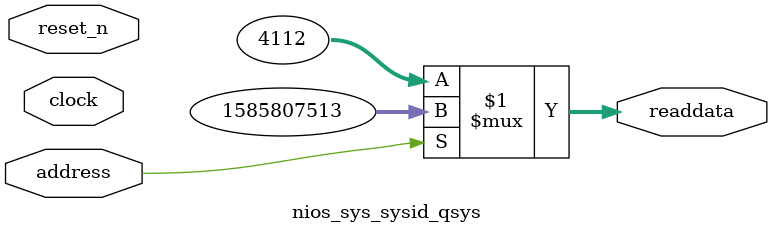
<source format=v>



// synthesis translate_off
`timescale 1ns / 1ps
// synthesis translate_on

// turn off superfluous verilog processor warnings 
// altera message_level Level1 
// altera message_off 10034 10035 10036 10037 10230 10240 10030 

module nios_sys_sysid_qsys (
               // inputs:
                address,
                clock,
                reset_n,

               // outputs:
                readdata
             )
;

  output  [ 31: 0] readdata;
  input            address;
  input            clock;
  input            reset_n;

  wire    [ 31: 0] readdata;
  //control_slave, which is an e_avalon_slave
  assign readdata = address ? 1585807513 : 4112;

endmodule



</source>
